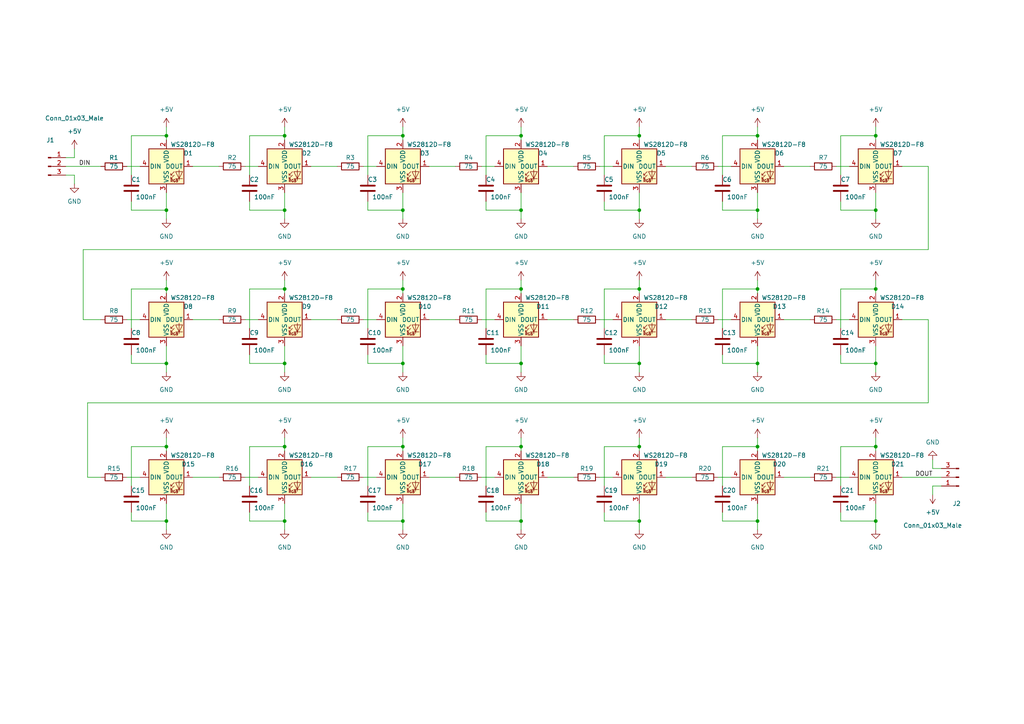
<source format=kicad_sch>
(kicad_sch (version 20211123) (generator eeschema)
  (paper "A4")
  (lib_symbols
    (symbol "Connector:Conn_01x03_Male" (pin_names (offset 1.016) hide)
      (property "Reference" "J" (at 0 5.08 0))
      (property "Value" "Conn_01x03_Male" (at 0 -5.08 0))
      (symbol "Conn_01x03_Male_1_1"
        (polyline (pts (xy 1.27 -2.54) (xy 0.8636 -2.54)) (stroke (width 0.1524)))
        (polyline (pts (xy 1.27 0) (xy 0.8636 0)) (stroke (width 0.1524)))
        (polyline (pts (xy 1.27 2.54) (xy 0.8636 2.54)) (stroke (width 0.1524)))
        (rectangle (start 0.8636 -2.413) (end 0 -2.667) (stroke (width 0.1524)) (fill (type outline)))
        (rectangle (start 0.8636 0.127) (end 0 -0.127) (stroke (width 0.1524)) (fill (type outline)))
        (rectangle (start 0.8636 2.667) (end 0 2.413) (stroke (width 0.1524)) (fill (type outline)))
        (pin passive line (at 5.08 2.54 180) (length 3.81) (name "Pin_1") (number "1"))
        (pin passive line (at 5.08 0 180) (length 3.81) (name "Pin_2") (number "2"))
        (pin passive line (at 5.08 -2.54 180) (length 3.81) (name "Pin_3") (number "3"))
      )
    )
    (symbol "Device:C" (pin_numbers hide) (pin_names (offset 0.254))
      (property "Reference" "C" (at 0.635 2.54 0))
      (property "Value" "C" (at 0.635 -2.54 0))
      (symbol "C_0_1"
        (polyline (pts (xy -2.032 -0.762) (xy 2.032 -0.762)) (stroke (width 0.508)))
        (polyline (pts (xy -2.032 0.762) (xy 2.032 0.762)) (stroke (width 0.508)))
      )
      (symbol "C_1_1"
        (pin passive line (at 0 3.81 270) (length 2.794) (name "~") (number "1"))
        (pin passive line (at 0 -3.81 90) (length 2.794) (name "~") (number "2"))
      )
    )
    (symbol "Device:R" (pin_numbers hide) (pin_names (offset 0))
      (property "Reference" "R" (at 2.032 0 90))
      (property "Value" "R" (at 0 0 90))
      (symbol "R_0_1"
        (rectangle (start -1.016 -2.54) (end 1.016 2.54) (stroke (width 0.254)))
      )
      (symbol "R_1_1"
        (pin passive line (at 0 3.81 270) (length 1.27) (name "~") (number "1"))
        (pin passive line (at 0 -3.81 90) (length 1.27) (name "~") (number "2"))
      )
    )
    (symbol "LED_ball_symbols:WS2812D-F8" (pin_names (offset 0.254))
      (property "Reference" "D" (at 5.08 5.715 0))
      (property "Value" "WS2812D-F8" (at 1.27 -5.715 0))
      (symbol "WS2812D-F8_0_0"
        (text "RGB" (at 2.286 -4.191 0) (effects (font (size 0.762 0.762))))
      )
      (symbol "WS2812D-F8_0_1"
        (polyline (pts (xy 1.27 -3.556) (xy 1.778 -3.556)))
        (polyline (pts (xy 1.27 -2.54) (xy 1.778 -2.54)))
        (polyline (pts (xy 4.699 -3.556) (xy 2.667 -3.556)))
        (polyline (pts (xy 2.286 -2.54) (xy 1.27 -3.556) (xy 1.27 -3.048)))
        (polyline (pts (xy 2.286 -1.524) (xy 1.27 -2.54) (xy 1.27 -2.032)))
        (polyline (pts (xy 3.683 -1.016) (xy 3.683 -3.556) (xy 3.683 -4.064)))
        (polyline (pts (xy 4.699 -1.524) (xy 2.667 -1.524) (xy 3.683 -3.556) (xy 4.699 -1.524)))
        (rectangle (start 5.08 5.08) (end -5.08 -5.08) (stroke (width 0.254)) (fill (type background)))
      )
      (symbol "WS2812D-F8_1_1"
        (pin output line (at 7.62 0 180) (length 2.54) (name "DOUT") (number "1"))
        (pin power_in line (at 0 7.62 270) (length 2.54) (name "VDD") (number "2"))
        (pin power_in line (at 0 -7.62 90) (length 2.54) (name "VSS") (number "3"))
        (pin input line (at -7.62 0 0) (length 2.54) (name "DIN") (number "4"))
      )
    )
    (symbol "power:+5V" (power) (pin_names (offset 0))
      (property "Value" "+5V" (at 0 3.556 0))
      (symbol "+5V_0_1"
        (polyline (pts (xy -0.762 1.27) (xy 0 2.54)))
        (polyline (pts (xy 0 0) (xy 0 2.54)))
        (polyline (pts (xy 0 2.54) (xy 0.762 1.27)))
      )
      (symbol "+5V_1_1"
        (pin power_in line (at 0 0 90) (length 0) hide (name "+5V") (number "1"))
      )
    )
    (symbol "power:GND" (power) (pin_names (offset 0))
      (property "Value" "GND" (at 0 -3.81 0))
      (symbol "GND_0_1"
        (polyline (pts (xy 0 0) (xy 0 -1.27) (xy 1.27 -1.27) (xy 0 -2.54) (xy -1.27 -1.27) (xy 0 -1.27)))
      )
      (symbol "GND_1_1"
        (pin power_in line (at 0 0 270) (length 0) hide (name "GND") (number "1"))
      )
    )
  )
  (junction (at 254 151.13))
  (junction (at 82.55 60.96))
  (junction (at 82.55 39.37))
  (junction (at 82.55 129.54))
  (junction (at 116.84 151.13))
  (junction (at 116.84 83.82))
  (junction (at 219.71 39.37))
  (junction (at 151.13 129.54))
  (junction (at 254 83.82))
  (junction (at 151.13 105.41))
  (junction (at 185.42 105.41))
  (junction (at 185.42 151.13))
  (junction (at 254 105.41))
  (junction (at 151.13 60.96))
  (junction (at 48.26 151.13))
  (junction (at 48.26 60.96))
  (junction (at 185.42 60.96))
  (junction (at 151.13 39.37))
  (junction (at 48.26 129.54))
  (junction (at 48.26 83.82))
  (junction (at 254 129.54))
  (junction (at 219.71 83.82))
  (junction (at 219.71 60.96))
  (junction (at 116.84 60.96))
  (junction (at 116.84 105.41))
  (junction (at 219.71 129.54))
  (junction (at 219.71 105.41))
  (junction (at 82.55 151.13))
  (junction (at 48.26 105.41))
  (junction (at 48.26 39.37))
  (junction (at 254 39.37))
  (junction (at 151.13 151.13))
  (junction (at 151.13 83.82))
  (junction (at 219.71 151.13))
  (junction (at 254 60.96))
  (junction (at 82.55 83.82))
  (junction (at 185.42 83.82))
  (junction (at 116.84 129.54))
  (junction (at 82.55 105.41))
  (junction (at 185.42 129.54))
  (junction (at 116.84 39.37))
  (junction (at 185.42 39.37))
  (wire (pts (xy 38.1 50.8) (xy 38.1 39.37)))
  (wire (pts (xy 82.55 129.54) (xy 82.55 130.81)))
  (wire (pts (xy 209.55 50.8) (xy 209.55 39.37)))
  (wire (pts (xy 116.84 83.82) (xy 116.84 85.09)))
  (wire (pts (xy 254 151.13) (xy 254 153.67)))
  (wire (pts (xy 151.13 55.88) (xy 151.13 60.96)))
  (wire (pts (xy 219.71 100.33) (xy 219.71 105.41)))
  (wire (pts (xy 48.26 83.82) (xy 48.26 85.09)))
  (wire (pts (xy 254 60.96) (xy 254 63.5)))
  (wire (pts (xy 140.97 102.87) (xy 140.97 105.41)))
  (wire (pts (xy 261.62 92.71) (xy 269.24 92.71)))
  (wire (pts (xy 48.26 39.37) (xy 48.26 40.64)))
  (wire (pts (xy 185.42 55.88) (xy 185.42 60.96)))
  (wire (pts (xy 193.04 138.43) (xy 200.66 138.43)))
  (wire (pts (xy 269.24 72.39) (xy 24.13 72.39)))
  (wire (pts (xy 173.99 92.71) (xy 177.8 92.71)))
  (wire (pts (xy 151.13 36.83) (xy 151.13 39.37)))
  (wire (pts (xy 209.55 58.42) (xy 209.55 60.96)))
  (wire (pts (xy 72.39 58.42) (xy 72.39 60.96)))
  (wire (pts (xy 25.4 138.43) (xy 29.21 138.43)))
  (wire (pts (xy 55.88 48.26) (xy 63.5 48.26)))
  (wire (pts (xy 55.88 138.43) (xy 63.5 138.43)))
  (wire (pts (xy 82.55 127) (xy 82.55 129.54)))
  (wire (pts (xy 82.55 151.13) (xy 82.55 153.67)))
  (wire (pts (xy 139.7 138.43) (xy 143.51 138.43)))
  (wire (pts (xy 243.84 58.42) (xy 243.84 60.96)))
  (wire (pts (xy 208.28 138.43) (xy 212.09 138.43)))
  (wire (pts (xy 243.84 60.96) (xy 254 60.96)))
  (wire (pts (xy 151.13 151.13) (xy 151.13 153.67)))
  (wire (pts (xy 193.04 48.26) (xy 200.66 48.26)))
  (wire (pts (xy 208.28 92.71) (xy 212.09 92.71)))
  (wire (pts (xy 151.13 127) (xy 151.13 129.54)))
  (wire (pts (xy 71.12 138.43) (xy 74.93 138.43)))
  (wire (pts (xy 38.1 105.41) (xy 48.26 105.41)))
  (wire (pts (xy 116.84 146.05) (xy 116.84 151.13)))
  (wire (pts (xy 72.39 151.13) (xy 82.55 151.13)))
  (wire (pts (xy 72.39 140.97) (xy 72.39 129.54)))
  (wire (pts (xy 140.97 95.25) (xy 140.97 83.82)))
  (wire (pts (xy 243.84 95.25) (xy 243.84 83.82)))
  (wire (pts (xy 124.46 138.43) (xy 132.08 138.43)))
  (wire (pts (xy 242.57 48.26) (xy 246.38 48.26)))
  (wire (pts (xy 209.55 151.13) (xy 219.71 151.13)))
  (wire (pts (xy 219.71 60.96) (xy 219.71 63.5)))
  (wire (pts (xy 72.39 39.37) (xy 82.55 39.37)))
  (wire (pts (xy 90.17 138.43) (xy 97.79 138.43)))
  (wire (pts (xy 261.62 138.43) (xy 273.05 138.43)))
  (wire (pts (xy 254 127) (xy 254 129.54)))
  (wire (pts (xy 175.26 151.13) (xy 185.42 151.13)))
  (wire (pts (xy 36.83 48.26) (xy 40.64 48.26)))
  (wire (pts (xy 116.84 39.37) (xy 116.84 40.64)))
  (wire (pts (xy 48.26 36.83) (xy 48.26 39.37)))
  (wire (pts (xy 254 100.33) (xy 254 105.41)))
  (wire (pts (xy 36.83 92.71) (xy 40.64 92.71)))
  (wire (pts (xy 219.71 151.13) (xy 219.71 153.67)))
  (wire (pts (xy 243.84 148.59) (xy 243.84 151.13)))
  (wire (pts (xy 270.51 135.89) (xy 270.51 133.35)))
  (wire (pts (xy 175.26 148.59) (xy 175.26 151.13)))
  (wire (pts (xy 106.68 83.82) (xy 116.84 83.82)))
  (wire (pts (xy 116.84 151.13) (xy 116.84 153.67)))
  (wire (pts (xy 175.26 129.54) (xy 185.42 129.54)))
  (wire (pts (xy 106.68 129.54) (xy 116.84 129.54)))
  (wire (pts (xy 151.13 81.28) (xy 151.13 83.82)))
  (wire (pts (xy 82.55 55.88) (xy 82.55 60.96)))
  (wire (pts (xy 209.55 102.87) (xy 209.55 105.41)))
  (wire (pts (xy 105.41 138.43) (xy 109.22 138.43)))
  (wire (pts (xy 243.84 83.82) (xy 254 83.82)))
  (wire (pts (xy 219.71 127) (xy 219.71 129.54)))
  (wire (pts (xy 106.68 140.97) (xy 106.68 129.54)))
  (wire (pts (xy 185.42 129.54) (xy 185.42 130.81)))
  (wire (pts (xy 254 81.28) (xy 254 83.82)))
  (wire (pts (xy 116.84 81.28) (xy 116.84 83.82)))
  (wire (pts (xy 227.33 92.71) (xy 234.95 92.71)))
  (wire (pts (xy 140.97 140.97) (xy 140.97 129.54)))
  (wire (pts (xy 38.1 58.42) (xy 38.1 60.96)))
  (wire (pts (xy 106.68 148.59) (xy 106.68 151.13)))
  (wire (pts (xy 116.84 129.54) (xy 116.84 130.81)))
  (wire (pts (xy 185.42 60.96) (xy 185.42 63.5)))
  (wire (pts (xy 124.46 92.71) (xy 132.08 92.71)))
  (wire (pts (xy 243.84 140.97) (xy 243.84 129.54)))
  (wire (pts (xy 175.26 39.37) (xy 185.42 39.37)))
  (wire (pts (xy 151.13 39.37) (xy 151.13 40.64)))
  (wire (pts (xy 193.04 92.71) (xy 200.66 92.71)))
  (wire (pts (xy 269.24 92.71) (xy 269.24 116.84)))
  (wire (pts (xy 185.42 83.82) (xy 185.42 85.09)))
  (wire (pts (xy 116.84 127) (xy 116.84 129.54)))
  (wire (pts (xy 219.71 55.88) (xy 219.71 60.96)))
  (wire (pts (xy 82.55 81.28) (xy 82.55 83.82)))
  (wire (pts (xy 72.39 83.82) (xy 82.55 83.82)))
  (wire (pts (xy 105.41 92.71) (xy 109.22 92.71)))
  (wire (pts (xy 243.84 50.8) (xy 243.84 39.37)))
  (wire (pts (xy 19.05 45.72) (xy 21.59 45.72)))
  (wire (pts (xy 48.26 100.33) (xy 48.26 105.41)))
  (wire (pts (xy 158.75 138.43) (xy 166.37 138.43)))
  (wire (pts (xy 185.42 39.37) (xy 185.42 40.64)))
  (wire (pts (xy 158.75 92.71) (xy 166.37 92.71)))
  (wire (pts (xy 38.1 140.97) (xy 38.1 129.54)))
  (wire (pts (xy 140.97 105.41) (xy 151.13 105.41)))
  (wire (pts (xy 48.26 127) (xy 48.26 129.54)))
  (wire (pts (xy 254 129.54) (xy 254 130.81)))
  (wire (pts (xy 72.39 148.59) (xy 72.39 151.13)))
  (wire (pts (xy 38.1 151.13) (xy 48.26 151.13)))
  (wire (pts (xy 106.68 95.25) (xy 106.68 83.82)))
  (wire (pts (xy 140.97 148.59) (xy 140.97 151.13)))
  (wire (pts (xy 269.24 116.84) (xy 25.4 116.84)))
  (wire (pts (xy 140.97 50.8) (xy 140.97 39.37)))
  (wire (pts (xy 227.33 138.43) (xy 234.95 138.43)))
  (wire (pts (xy 82.55 105.41) (xy 82.55 107.95)))
  (wire (pts (xy 90.17 92.71) (xy 97.79 92.71)))
  (wire (pts (xy 48.26 55.88) (xy 48.26 60.96)))
  (wire (pts (xy 219.71 39.37) (xy 219.71 40.64)))
  (wire (pts (xy 140.97 39.37) (xy 151.13 39.37)))
  (wire (pts (xy 254 146.05) (xy 254 151.13)))
  (wire (pts (xy 106.68 102.87) (xy 106.68 105.41)))
  (wire (pts (xy 82.55 39.37) (xy 82.55 40.64)))
  (wire (pts (xy 209.55 148.59) (xy 209.55 151.13)))
  (wire (pts (xy 185.42 100.33) (xy 185.42 105.41)))
  (wire (pts (xy 116.84 60.96) (xy 116.84 63.5)))
  (wire (pts (xy 219.71 146.05) (xy 219.71 151.13)))
  (wire (pts (xy 38.1 95.25) (xy 38.1 83.82)))
  (wire (pts (xy 209.55 129.54) (xy 219.71 129.54)))
  (wire (pts (xy 261.62 48.26) (xy 269.24 48.26)))
  (wire (pts (xy 106.68 50.8) (xy 106.68 39.37)))
  (wire (pts (xy 219.71 129.54) (xy 219.71 130.81)))
  (wire (pts (xy 209.55 105.41) (xy 219.71 105.41)))
  (wire (pts (xy 209.55 39.37) (xy 219.71 39.37)))
  (wire (pts (xy 151.13 60.96) (xy 151.13 63.5)))
  (wire (pts (xy 106.68 151.13) (xy 116.84 151.13)))
  (wire (pts (xy 38.1 148.59) (xy 38.1 151.13)))
  (wire (pts (xy 151.13 146.05) (xy 151.13 151.13)))
  (wire (pts (xy 106.68 58.42) (xy 106.68 60.96)))
  (wire (pts (xy 139.7 48.26) (xy 143.51 48.26)))
  (wire (pts (xy 254 55.88) (xy 254 60.96)))
  (wire (pts (xy 90.17 48.26) (xy 97.79 48.26)))
  (wire (pts (xy 21.59 43.18) (xy 21.59 45.72)))
  (wire (pts (xy 140.97 129.54) (xy 151.13 129.54)))
  (wire (pts (xy 151.13 105.41) (xy 151.13 107.95)))
  (wire (pts (xy 140.97 58.42) (xy 140.97 60.96)))
  (wire (pts (xy 208.28 48.26) (xy 212.09 48.26)))
  (wire (pts (xy 140.97 151.13) (xy 151.13 151.13)))
  (wire (pts (xy 116.84 105.41) (xy 116.84 107.95)))
  (wire (pts (xy 71.12 92.71) (xy 74.93 92.71)))
  (wire (pts (xy 269.24 48.26) (xy 269.24 72.39)))
  (wire (pts (xy 243.84 105.41) (xy 254 105.41)))
  (wire (pts (xy 242.57 92.71) (xy 246.38 92.71)))
  (wire (pts (xy 254 105.41) (xy 254 107.95)))
  (wire (pts (xy 254 83.82) (xy 254 85.09)))
  (wire (pts (xy 151.13 100.33) (xy 151.13 105.41)))
  (wire (pts (xy 19.05 50.8) (xy 21.59 50.8)))
  (wire (pts (xy 151.13 83.82) (xy 151.13 85.09)))
  (wire (pts (xy 36.83 138.43) (xy 40.64 138.43)))
  (wire (pts (xy 106.68 105.41) (xy 116.84 105.41)))
  (wire (pts (xy 38.1 102.87) (xy 38.1 105.41)))
  (wire (pts (xy 227.33 48.26) (xy 234.95 48.26)))
  (wire (pts (xy 185.42 151.13) (xy 185.42 153.67)))
  (wire (pts (xy 105.41 48.26) (xy 109.22 48.26)))
  (wire (pts (xy 209.55 95.25) (xy 209.55 83.82)))
  (wire (pts (xy 25.4 116.84) (xy 25.4 138.43)))
  (wire (pts (xy 173.99 138.43) (xy 177.8 138.43)))
  (wire (pts (xy 124.46 48.26) (xy 132.08 48.26)))
  (wire (pts (xy 185.42 127) (xy 185.42 129.54)))
  (wire (pts (xy 48.26 60.96) (xy 48.26 63.5)))
  (wire (pts (xy 185.42 146.05) (xy 185.42 151.13)))
  (wire (pts (xy 209.55 60.96) (xy 219.71 60.96)))
  (wire (pts (xy 151.13 129.54) (xy 151.13 130.81)))
  (wire (pts (xy 175.26 95.25) (xy 175.26 83.82)))
  (wire (pts (xy 175.26 60.96) (xy 185.42 60.96)))
  (wire (pts (xy 175.26 102.87) (xy 175.26 105.41)))
  (wire (pts (xy 175.26 83.82) (xy 185.42 83.82)))
  (wire (pts (xy 82.55 83.82) (xy 82.55 85.09)))
  (wire (pts (xy 82.55 36.83) (xy 82.55 39.37)))
  (wire (pts (xy 24.13 92.71) (xy 29.21 92.71)))
  (wire (pts (xy 242.57 138.43) (xy 246.38 138.43)))
  (wire (pts (xy 273.05 135.89) (xy 270.51 135.89)))
  (wire (pts (xy 48.26 105.41) (xy 48.26 107.95)))
  (wire (pts (xy 243.84 39.37) (xy 254 39.37)))
  (wire (pts (xy 175.26 50.8) (xy 175.26 39.37)))
  (wire (pts (xy 72.39 102.87) (xy 72.39 105.41)))
  (wire (pts (xy 209.55 140.97) (xy 209.55 129.54)))
  (wire (pts (xy 254 39.37) (xy 254 40.64)))
  (wire (pts (xy 55.88 92.71) (xy 63.5 92.71)))
  (wire (pts (xy 82.55 60.96) (xy 82.55 63.5)))
  (wire (pts (xy 116.84 100.33) (xy 116.84 105.41)))
  (wire (pts (xy 38.1 129.54) (xy 48.26 129.54)))
  (wire (pts (xy 72.39 105.41) (xy 82.55 105.41)))
  (wire (pts (xy 219.71 105.41) (xy 219.71 107.95)))
  (wire (pts (xy 173.99 48.26) (xy 177.8 48.26)))
  (wire (pts (xy 140.97 60.96) (xy 151.13 60.96)))
  (wire (pts (xy 140.97 83.82) (xy 151.13 83.82)))
  (wire (pts (xy 106.68 60.96) (xy 116.84 60.96)))
  (wire (pts (xy 209.55 83.82) (xy 219.71 83.82)))
  (wire (pts (xy 71.12 48.26) (xy 74.93 48.26)))
  (wire (pts (xy 175.26 105.41) (xy 185.42 105.41)))
  (wire (pts (xy 158.75 48.26) (xy 166.37 48.26)))
  (wire (pts (xy 48.26 81.28) (xy 48.26 83.82)))
  (wire (pts (xy 243.84 129.54) (xy 254 129.54)))
  (wire (pts (xy 185.42 81.28) (xy 185.42 83.82)))
  (wire (pts (xy 38.1 83.82) (xy 48.26 83.82)))
  (wire (pts (xy 38.1 60.96) (xy 48.26 60.96)))
  (wire (pts (xy 72.39 50.8) (xy 72.39 39.37)))
  (wire (pts (xy 19.05 48.26) (xy 29.21 48.26)))
  (wire (pts (xy 82.55 100.33) (xy 82.55 105.41)))
  (wire (pts (xy 243.84 102.87) (xy 243.84 105.41)))
  (wire (pts (xy 72.39 95.25) (xy 72.39 83.82)))
  (wire (pts (xy 175.26 140.97) (xy 175.26 129.54)))
  (wire (pts (xy 175.26 58.42) (xy 175.26 60.96)))
  (wire (pts (xy 38.1 39.37) (xy 48.26 39.37)))
  (wire (pts (xy 116.84 36.83) (xy 116.84 39.37)))
  (wire (pts (xy 116.84 55.88) (xy 116.84 60.96)))
  (wire (pts (xy 219.71 36.83) (xy 219.71 39.37)))
  (wire (pts (xy 185.42 36.83) (xy 185.42 39.37)))
  (wire (pts (xy 185.42 105.41) (xy 185.42 107.95)))
  (wire (pts (xy 270.51 143.51) (xy 270.51 140.97)))
  (wire (pts (xy 243.84 151.13) (xy 254 151.13)))
  (wire (pts (xy 139.7 92.71) (xy 143.51 92.71)))
  (wire (pts (xy 106.68 39.37) (xy 116.84 39.37)))
  (wire (pts (xy 48.26 129.54) (xy 48.26 130.81)))
  (wire (pts (xy 219.71 83.82) (xy 219.71 85.09)))
  (wire (pts (xy 48.26 151.13) (xy 48.26 153.67)))
  (wire (pts (xy 24.13 72.39) (xy 24.13 92.71)))
  (wire (pts (xy 21.59 50.8) (xy 21.59 53.34)))
  (wire (pts (xy 72.39 60.96) (xy 82.55 60.96)))
  (wire (pts (xy 48.26 146.05) (xy 48.26 151.13)))
  (wire (pts (xy 82.55 146.05) (xy 82.55 151.13)))
  (wire (pts (xy 72.39 129.54) (xy 82.55 129.54)))
  (wire (pts (xy 219.71 81.28) (xy 219.71 83.82)))
  (wire (pts (xy 273.05 140.97) (xy 270.51 140.97)))
  (wire (pts (xy 254 36.83) (xy 254 39.37)))
  (label "DOUT" (at 265.43 138.43 0))
  (label "DIN" (at 22.86 48.26 0))
  (symbol (lib_id "Device:C") (at 106.68 54.61 0) (unit 1)
    (property "Reference" "C3" (at 106.68 52.07 0) (effects (justify left)))
    (property "Value" "100nF" (at 107.95 57.15 0) (effects (justify left)))
    (property "Footprint" "Capacitor_SMD:C_0603_1608Metric" (effects hide))
  )
  (symbol (lib_id "power:GND") (at 185.42 63.5 0) (unit 1)
    (property "Reference" "#PWR014" (effects hide))
    (property "Value" "GND" (at 185.42 68.58 0))
  )
  (symbol (lib_id "power:+5V") (at 254 36.83 0) (unit 1)
    (property "Reference" "#PWR07" (effects hide))
    (property "Value" "+5V" (at 254 31.75 0))
  )
  (symbol (lib_id "Device:R") (at 33.02 48.26 270) (unit 1)
    (property "Reference" "R1" (at 33.02 45.72 90))
    (property "Value" "75" (at 33.02 48.26 90))
    (property "Footprint" "Resistor_SMD:R_0603_1608Metric" (effects hide))
  )
  (symbol (lib_id "LED_ball_symbols:WS2812D-F8") (at 116.84 138.43 0) (unit 1)
    (property "Reference" "D17" (at 123.19 134.62 0))
    (property "Value" "WS2812D-F8" (at 124.46 132.08 0))
    (property "Footprint" "LED_ball_footprints:LED_D8.0mm-4" (effects hide))
    (property "Datasheet" "https://datasheet.lcsc.com/lcsc/1811021523_Worldsemi-WS2812D-F8_C139126.pdf" (effects hide))
  )
  (symbol (lib_id "Device:C") (at 175.26 54.61 0) (unit 1)
    (property "Reference" "C5" (at 175.26 52.07 0) (effects (justify left)))
    (property "Value" "100nF" (at 176.53 57.15 0) (effects (justify left)))
    (property "Footprint" "Capacitor_SMD:C_0603_1608Metric" (effects hide))
  )
  (symbol (lib_id "power:GND") (at 48.26 63.5 0) (unit 1)
    (property "Reference" "#PWR010" (effects hide))
    (property "Value" "GND" (at 48.26 68.58 0))
  )
  (symbol (lib_id "power:+5V") (at 254 81.28 0) (unit 1)
    (property "Reference" "#PWR023" (effects hide))
    (property "Value" "+5V" (at 254 76.2 0))
  )
  (symbol (lib_id "Device:R") (at 33.02 92.71 270) (unit 1)
    (property "Reference" "R8" (at 33.02 90.17 90))
    (property "Value" "75" (at 33.02 92.71 90))
    (property "Footprint" "Resistor_SMD:R_0603_1608Metric" (effects hide))
  )
  (symbol (lib_id "power:GND") (at 185.42 153.67 0) (unit 1)
    (property "Reference" "#PWR044" (effects hide))
    (property "Value" "GND" (at 185.42 158.75 0))
  )
  (symbol (lib_id "power:GND") (at 254 153.67 0) (unit 1)
    (property "Reference" "#PWR046" (effects hide))
    (property "Value" "GND" (at 254 158.75 0))
  )
  (symbol (lib_id "LED_ball_symbols:WS2812D-F8") (at 48.26 92.71 0) (unit 1)
    (property "Reference" "D8" (at 54.61 88.9 0))
    (property "Value" "WS2812D-F8" (at 55.88 86.36 0))
    (property "Footprint" "LED_ball_footprints:LED_D8.0mm-4" (effects hide))
    (property "Datasheet" "https://datasheet.lcsc.com/lcsc/1811021523_Worldsemi-WS2812D-F8_C139126.pdf" (effects hide))
  )
  (symbol (lib_id "LED_ball_symbols:WS2812D-F8") (at 82.55 92.71 0) (unit 1)
    (property "Reference" "D9" (at 88.9 88.9 0))
    (property "Value" "WS2812D-F8" (at 90.17 86.36 0))
    (property "Footprint" "LED_ball_footprints:LED_D8.0mm-4" (effects hide))
    (property "Datasheet" "https://datasheet.lcsc.com/lcsc/1811021523_Worldsemi-WS2812D-F8_C139126.pdf" (effects hide))
  )
  (symbol (lib_id "power:GND") (at 21.59 53.34 0) (unit 1)
    (property "Reference" "#PWR09" (effects hide))
    (property "Value" "GND" (at 21.59 58.42 0))
  )
  (symbol (lib_id "LED_ball_symbols:WS2812D-F8") (at 116.84 92.71 0) (unit 1)
    (property "Reference" "D10" (at 123.19 88.9 0))
    (property "Value" "WS2812D-F8" (at 124.46 86.36 0))
    (property "Footprint" "LED_ball_footprints:LED_D8.0mm-4" (effects hide))
    (property "Datasheet" "https://datasheet.lcsc.com/lcsc/1811021523_Worldsemi-WS2812D-F8_C139126.pdf" (effects hide))
  )
  (symbol (lib_id "power:+5V") (at 254 127 0) (unit 1)
    (property "Reference" "#PWR037" (effects hide))
    (property "Value" "+5V" (at 254 121.92 0))
  )
  (symbol (lib_id "power:+5V") (at 116.84 36.83 0) (unit 1)
    (property "Reference" "#PWR03" (effects hide))
    (property "Value" "+5V" (at 116.84 31.75 0))
  )
  (symbol (lib_id "power:+5V") (at 48.26 36.83 0) (unit 1)
    (property "Reference" "#PWR01" (effects hide))
    (property "Value" "+5V" (at 48.26 31.75 0))
  )
  (symbol (lib_id "LED_ball_symbols:WS2812D-F8") (at 151.13 138.43 0) (unit 1)
    (property "Reference" "D18" (at 157.48 134.62 0))
    (property "Value" "WS2812D-F8" (at 158.75 132.08 0))
    (property "Footprint" "LED_ball_footprints:LED_D8.0mm-4" (effects hide))
    (property "Datasheet" "https://datasheet.lcsc.com/lcsc/1811021523_Worldsemi-WS2812D-F8_C139126.pdf" (effects hide))
  )
  (symbol (lib_id "power:+5V") (at 185.42 81.28 0) (unit 1)
    (property "Reference" "#PWR021" (effects hide))
    (property "Value" "+5V" (at 185.42 76.2 0))
  )
  (symbol (lib_id "Device:C") (at 106.68 144.78 0) (unit 1)
    (property "Reference" "C17" (at 106.68 142.24 0) (effects (justify left)))
    (property "Value" "100nF" (at 107.95 147.32 0) (effects (justify left)))
    (property "Footprint" "Capacitor_SMD:C_0603_1608Metric" (effects hide))
  )
  (symbol (lib_id "Device:C") (at 243.84 144.78 0) (unit 1)
    (property "Reference" "C21" (at 243.84 142.24 0) (effects (justify left)))
    (property "Value" "100nF" (at 245.11 147.32 0) (effects (justify left)))
    (property "Footprint" "Capacitor_SMD:C_0603_1608Metric" (effects hide))
  )
  (symbol (lib_id "Device:R") (at 101.6 92.71 270) (unit 1)
    (property "Reference" "R10" (at 101.6 90.17 90))
    (property "Value" "75" (at 101.6 92.71 90))
    (property "Footprint" "Resistor_SMD:R_0603_1608Metric" (effects hide))
  )
  (symbol (lib_id "power:+5V") (at 151.13 36.83 0) (unit 1)
    (property "Reference" "#PWR04" (effects hide))
    (property "Value" "+5V" (at 151.13 31.75 0))
  )
  (symbol (lib_id "Connector:Conn_01x03_Male") (at 13.97 48.26 0) (unit 1)
    (property "Reference" "J1" (at 14.605 40.64 0))
    (property "Value" "Conn_01x03_Male" (at 21.59 34.29 0))
    (property "Footprint" "Connector_PinHeader_2.54mm:PinHeader_1x03_P2.54mm_Vertical" (effects hide))
  )
  (symbol (lib_id "power:+5V") (at 48.26 81.28 0) (unit 1)
    (property "Reference" "#PWR017" (effects hide))
    (property "Value" "+5V" (at 48.26 76.2 0))
  )
  (symbol (lib_id "Device:C") (at 209.55 99.06 0) (unit 1)
    (property "Reference" "C13" (at 209.55 96.52 0) (effects (justify left)))
    (property "Value" "100nF" (at 210.82 101.6 0) (effects (justify left)))
    (property "Footprint" "Capacitor_SMD:C_0603_1608Metric" (effects hide))
  )
  (symbol (lib_id "power:GND") (at 270.51 133.35 180) (unit 1)
    (property "Reference" "#PWR038" (effects hide))
    (property "Value" "GND" (at 270.51 128.27 0))
  )
  (symbol (lib_id "Device:R") (at 67.31 48.26 270) (unit 1)
    (property "Reference" "R2" (at 67.31 45.72 90))
    (property "Value" "75" (at 67.31 48.26 90))
    (property "Footprint" "Resistor_SMD:R_0603_1608Metric" (effects hide))
  )
  (symbol (lib_id "Device:C") (at 140.97 54.61 0) (unit 1)
    (property "Reference" "C4" (at 140.97 52.07 0) (effects (justify left)))
    (property "Value" "100nF" (at 142.24 57.15 0) (effects (justify left)))
    (property "Footprint" "Capacitor_SMD:C_0603_1608Metric" (effects hide))
  )
  (symbol (lib_id "LED_ball_symbols:WS2812D-F8") (at 254 48.26 0) (unit 1)
    (property "Reference" "D7" (at 260.35 44.45 0))
    (property "Value" "WS2812D-F8" (at 261.62 41.91 0))
    (property "Footprint" "LED_ball_footprints:LED_D8.0mm-4" (effects hide))
    (property "Datasheet" "https://datasheet.lcsc.com/lcsc/1811021523_Worldsemi-WS2812D-F8_C139126.pdf" (effects hide))
  )
  (symbol (lib_id "power:GND") (at 82.55 153.67 0) (unit 1)
    (property "Reference" "#PWR041" (effects hide))
    (property "Value" "GND" (at 82.55 158.75 0))
  )
  (symbol (lib_id "Device:C") (at 38.1 99.06 0) (unit 1)
    (property "Reference" "C8" (at 38.1 96.52 0) (effects (justify left)))
    (property "Value" "100nF" (at 39.37 101.6 0) (effects (justify left)))
    (property "Footprint" "Capacitor_SMD:C_0603_1608Metric" (effects hide))
  )
  (symbol (lib_id "power:+5V") (at 82.55 127 0) (unit 1)
    (property "Reference" "#PWR032" (effects hide))
    (property "Value" "+5V" (at 82.55 121.92 0))
  )
  (symbol (lib_id "power:GND") (at 151.13 153.67 0) (unit 1)
    (property "Reference" "#PWR043" (effects hide))
    (property "Value" "GND" (at 151.13 158.75 0))
  )
  (symbol (lib_id "Device:R") (at 67.31 138.43 270) (unit 1)
    (property "Reference" "R16" (at 67.31 135.89 90))
    (property "Value" "75" (at 67.31 138.43 90))
    (property "Footprint" "Resistor_SMD:R_0603_1608Metric" (effects hide))
  )
  (symbol (lib_id "power:GND") (at 151.13 63.5 0) (unit 1)
    (property "Reference" "#PWR013" (effects hide))
    (property "Value" "GND" (at 151.13 68.58 0))
  )
  (symbol (lib_id "Device:R") (at 67.31 92.71 270) (unit 1)
    (property "Reference" "R9" (at 67.31 90.17 90))
    (property "Value" "75" (at 67.31 92.71 90))
    (property "Footprint" "Resistor_SMD:R_0603_1608Metric" (effects hide))
  )
  (symbol (lib_id "Device:C") (at 72.39 99.06 0) (unit 1)
    (property "Reference" "C9" (at 72.39 96.52 0) (effects (justify left)))
    (property "Value" "100nF" (at 73.66 101.6 0) (effects (justify left)))
    (property "Footprint" "Capacitor_SMD:C_0603_1608Metric" (effects hide))
  )
  (symbol (lib_id "Device:R") (at 204.47 92.71 270) (unit 1)
    (property "Reference" "R13" (at 204.47 90.17 90))
    (property "Value" "75" (at 204.47 92.71 90))
    (property "Footprint" "Resistor_SMD:R_0603_1608Metric" (effects hide))
  )
  (symbol (lib_id "Device:R") (at 33.02 138.43 270) (unit 1)
    (property "Reference" "R15" (at 33.02 135.89 90))
    (property "Value" "75" (at 33.02 138.43 90))
    (property "Footprint" "Resistor_SMD:R_0603_1608Metric" (effects hide))
  )
  (symbol (lib_id "LED_ball_symbols:WS2812D-F8") (at 48.26 138.43 0) (unit 1)
    (property "Reference" "D15" (at 54.61 134.62 0))
    (property "Value" "WS2812D-F8" (at 55.88 132.08 0))
    (property "Footprint" "LED_ball_footprints:LED_D8.0mm-4" (effects hide))
    (property "Datasheet" "https://datasheet.lcsc.com/lcsc/1811021523_Worldsemi-WS2812D-F8_C139126.pdf" (effects hide))
  )
  (symbol (lib_id "LED_ball_symbols:WS2812D-F8") (at 151.13 48.26 0) (unit 1)
    (property "Reference" "D4" (at 157.48 44.45 0))
    (property "Value" "WS2812D-F8" (at 158.75 41.91 0))
    (property "Footprint" "LED_ball_footprints:LED_D8.0mm-4" (effects hide))
    (property "Datasheet" "https://datasheet.lcsc.com/lcsc/1811021523_Worldsemi-WS2812D-F8_C139126.pdf" (effects hide))
  )
  (symbol (lib_id "power:GND") (at 151.13 107.95 0) (unit 1)
    (property "Reference" "#PWR027" (effects hide))
    (property "Value" "GND" (at 151.13 113.03 0))
  )
  (symbol (lib_id "Device:R") (at 170.18 138.43 270) (unit 1)
    (property "Reference" "R19" (at 170.18 135.89 90))
    (property "Value" "75" (at 170.18 138.43 90))
    (property "Footprint" "Resistor_SMD:R_0603_1608Metric" (effects hide))
  )
  (symbol (lib_id "Device:R") (at 204.47 138.43 270) (unit 1)
    (property "Reference" "R20" (at 204.47 135.89 90))
    (property "Value" "75" (at 204.47 138.43 90))
    (property "Footprint" "Resistor_SMD:R_0603_1608Metric" (effects hide))
  )
  (symbol (lib_id "power:+5V") (at 116.84 127 0) (unit 1)
    (property "Reference" "#PWR033" (effects hide))
    (property "Value" "+5V" (at 116.84 121.92 0))
  )
  (symbol (lib_id "power:GND") (at 219.71 107.95 0) (unit 1)
    (property "Reference" "#PWR029" (effects hide))
    (property "Value" "GND" (at 219.71 113.03 0))
  )
  (symbol (lib_id "power:GND") (at 116.84 153.67 0) (unit 1)
    (property "Reference" "#PWR042" (effects hide))
    (property "Value" "GND" (at 116.84 158.75 0))
  )
  (symbol (lib_id "power:+5V") (at 270.51 143.51 180) (unit 1)
    (property "Reference" "#PWR039" (effects hide))
    (property "Value" "+5V" (at 270.51 148.59 0))
  )
  (symbol (lib_id "power:+5V") (at 21.59 43.18 0) (unit 1)
    (property "Reference" "#PWR08" (effects hide))
    (property "Value" "+5V" (at 21.59 38.1 0))
  )
  (symbol (lib_id "power:GND") (at 48.26 153.67 0) (unit 1)
    (property "Reference" "#PWR040" (effects hide))
    (property "Value" "GND" (at 48.26 158.75 0))
  )
  (symbol (lib_id "power:+5V") (at 116.84 81.28 0) (unit 1)
    (property "Reference" "#PWR019" (effects hide))
    (property "Value" "+5V" (at 116.84 76.2 0))
  )
  (symbol (lib_id "Device:R") (at 238.76 48.26 270) (unit 1)
    (property "Reference" "R7" (at 238.76 45.72 90))
    (property "Value" "75" (at 238.76 48.26 90))
    (property "Footprint" "Resistor_SMD:R_0603_1608Metric" (effects hide))
  )
  (symbol (lib_id "LED_ball_symbols:WS2812D-F8") (at 82.55 48.26 0) (unit 1)
    (property "Reference" "D2" (at 88.9 44.45 0))
    (property "Value" "WS2812D-F8" (at 90.17 41.91 0))
    (property "Footprint" "LED_ball_footprints:LED_D8.0mm-4" (effects hide))
    (property "Datasheet" "https://datasheet.lcsc.com/lcsc/1811021523_Worldsemi-WS2812D-F8_C139126.pdf" (effects hide))
  )
  (symbol (lib_id "Device:C") (at 72.39 54.61 0) (unit 1)
    (property "Reference" "C2" (at 72.39 52.07 0) (effects (justify left)))
    (property "Value" "100nF" (at 73.66 57.15 0) (effects (justify left)))
    (property "Footprint" "Capacitor_SMD:C_0603_1608Metric" (effects hide))
  )
  (symbol (lib_id "LED_ball_symbols:WS2812D-F8") (at 48.26 48.26 0) (unit 1)
    (property "Reference" "D1" (at 54.61 44.45 0))
    (property "Value" "WS2812D-F8" (at 55.88 41.91 0))
    (property "Footprint" "LED_ball_footprints:LED_D8.0mm-4" (effects hide))
    (property "Datasheet" "https://datasheet.lcsc.com/lcsc/1811021523_Worldsemi-WS2812D-F8_C139126.pdf" (effects hide))
  )
  (symbol (lib_id "LED_ball_symbols:WS2812D-F8") (at 151.13 92.71 0) (unit 1)
    (property "Reference" "D11" (at 157.48 88.9 0))
    (property "Value" "WS2812D-F8" (at 158.75 86.36 0))
    (property "Footprint" "LED_ball_footprints:LED_D8.0mm-4" (effects hide))
    (property "Datasheet" "https://datasheet.lcsc.com/lcsc/1811021523_Worldsemi-WS2812D-F8_C139126.pdf" (effects hide))
  )
  (symbol (lib_id "Device:R") (at 238.76 138.43 270) (unit 1)
    (property "Reference" "R21" (at 238.76 135.89 90))
    (property "Value" "75" (at 238.76 138.43 90))
    (property "Footprint" "Resistor_SMD:R_0603_1608Metric" (effects hide))
  )
  (symbol (lib_id "Device:C") (at 175.26 99.06 0) (unit 1)
    (property "Reference" "C12" (at 175.26 96.52 0) (effects (justify left)))
    (property "Value" "100nF" (at 176.53 101.6 0) (effects (justify left)))
    (property "Footprint" "Capacitor_SMD:C_0603_1608Metric" (effects hide))
  )
  (symbol (lib_id "power:+5V") (at 219.71 81.28 0) (unit 1)
    (property "Reference" "#PWR022" (effects hide))
    (property "Value" "+5V" (at 219.71 76.2 0))
  )
  (symbol (lib_id "power:+5V") (at 48.26 127 0) (unit 1)
    (property "Reference" "#PWR031" (effects hide))
    (property "Value" "+5V" (at 48.26 121.92 0))
  )
  (symbol (lib_id "power:+5V") (at 219.71 127 0) (unit 1)
    (property "Reference" "#PWR036" (effects hide))
    (property "Value" "+5V" (at 219.71 121.92 0))
  )
  (symbol (lib_id "Device:R") (at 170.18 48.26 270) (unit 1)
    (property "Reference" "R5" (at 170.18 45.72 90))
    (property "Value" "75" (at 170.18 48.26 90))
    (property "Footprint" "Resistor_SMD:R_0603_1608Metric" (effects hide))
  )
  (symbol (lib_id "LED_ball_symbols:WS2812D-F8") (at 82.55 138.43 0) (unit 1)
    (property "Reference" "D16" (at 88.9 134.62 0))
    (property "Value" "WS2812D-F8" (at 90.17 132.08 0))
    (property "Footprint" "LED_ball_footprints:LED_D8.0mm-4" (effects hide))
    (property "Datasheet" "https://datasheet.lcsc.com/lcsc/1811021523_Worldsemi-WS2812D-F8_C139126.pdf" (effects hide))
  )
  (symbol (lib_id "power:+5V") (at 185.42 36.83 0) (unit 1)
    (property "Reference" "#PWR05" (effects hide))
    (property "Value" "+5V" (at 185.42 31.75 0))
  )
  (symbol (lib_id "Device:R") (at 101.6 138.43 270) (unit 1)
    (property "Reference" "R17" (at 101.6 135.89 90))
    (property "Value" "75" (at 101.6 138.43 90))
    (property "Footprint" "Resistor_SMD:R_0603_1608Metric" (effects hide))
  )
  (symbol (lib_id "Device:C") (at 209.55 54.61 0) (unit 1)
    (property "Reference" "C6" (at 209.55 52.07 0) (effects (justify left)))
    (property "Value" "100nF" (at 210.82 57.15 0) (effects (justify left)))
    (property "Footprint" "Capacitor_SMD:C_0603_1608Metric" (effects hide))
  )
  (symbol (lib_id "LED_ball_symbols:WS2812D-F8") (at 219.71 138.43 0) (unit 1)
    (property "Reference" "D20" (at 226.06 134.62 0))
    (property "Value" "WS2812D-F8" (at 227.33 132.08 0))
    (property "Footprint" "LED_ball_footprints:LED_D8.0mm-4" (effects hide))
    (property "Datasheet" "https://datasheet.lcsc.com/lcsc/1811021523_Worldsemi-WS2812D-F8_C139126.pdf" (effects hide))
  )
  (symbol (lib_id "LED_ball_symbols:WS2812D-F8") (at 254 92.71 0) (unit 1)
    (property "Reference" "D14" (at 260.35 88.9 0))
    (property "Value" "WS2812D-F8" (at 261.62 86.36 0))
    (property "Footprint" "LED_ball_footprints:LED_D8.0mm-4" (effects hide))
    (property "Datasheet" "https://datasheet.lcsc.com/lcsc/1811021523_Worldsemi-WS2812D-F8_C139126.pdf" (effects hide))
  )
  (symbol (lib_id "Connector:Conn_01x03_Male") (at 278.13 138.43 180) (unit 1)
    (property "Reference" "J2" (at 277.495 146.05 0))
    (property "Value" "Conn_01x03_Male" (at 270.51 152.4 0))
    (property "Footprint" "Connector_PinHeader_2.54mm:PinHeader_1x03_P2.54mm_Vertical" (effects hide))
  )
  (symbol (lib_id "Device:C") (at 175.26 144.78 0) (unit 1)
    (property "Reference" "C19" (at 175.26 142.24 0) (effects (justify left)))
    (property "Value" "100nF" (at 176.53 147.32 0) (effects (justify left)))
    (property "Footprint" "Capacitor_SMD:C_0603_1608Metric" (effects hide))
  )
  (symbol (lib_id "power:GND") (at 82.55 107.95 0) (unit 1)
    (property "Reference" "#PWR025" (effects hide))
    (property "Value" "GND" (at 82.55 113.03 0))
  )
  (symbol (lib_id "Device:C") (at 140.97 144.78 0) (unit 1)
    (property "Reference" "C18" (at 140.97 142.24 0) (effects (justify left)))
    (property "Value" "100nF" (at 142.24 147.32 0) (effects (justify left)))
    (property "Footprint" "Capacitor_SMD:C_0603_1608Metric" (effects hide))
  )
  (symbol (lib_id "LED_ball_symbols:WS2812D-F8") (at 116.84 48.26 0) (unit 1)
    (property "Reference" "D3" (at 123.19 44.45 0))
    (property "Value" "WS2812D-F8" (at 124.46 41.91 0))
    (property "Footprint" "LED_ball_footprints:LED_D8.0mm-4" (effects hide))
    (property "Datasheet" "https://datasheet.lcsc.com/lcsc/1811021523_Worldsemi-WS2812D-F8_C139126.pdf" (effects hide))
  )
  (symbol (lib_id "power:+5V") (at 151.13 127 0) (unit 1)
    (property "Reference" "#PWR034" (effects hide))
    (property "Value" "+5V" (at 151.13 121.92 0))
  )
  (symbol (lib_id "power:GND") (at 219.71 153.67 0) (unit 1)
    (property "Reference" "#PWR045" (effects hide))
    (property "Value" "GND" (at 219.71 158.75 0))
  )
  (symbol (lib_id "Device:C") (at 209.55 144.78 0) (unit 1)
    (property "Reference" "C20" (at 209.55 142.24 0) (effects (justify left)))
    (property "Value" "100nF" (at 210.82 147.32 0) (effects (justify left)))
    (property "Footprint" "Capacitor_SMD:C_0603_1608Metric" (effects hide))
  )
  (symbol (lib_id "power:GND") (at 116.84 63.5 0) (unit 1)
    (property "Reference" "#PWR012" (effects hide))
    (property "Value" "GND" (at 116.84 68.58 0))
  )
  (symbol (lib_id "power:GND") (at 185.42 107.95 0) (unit 1)
    (property "Reference" "#PWR028" (effects hide))
    (property "Value" "GND" (at 185.42 113.03 0))
  )
  (symbol (lib_id "LED_ball_symbols:WS2812D-F8") (at 254 138.43 0) (unit 1)
    (property "Reference" "D21" (at 260.35 134.62 0))
    (property "Value" "WS2812D-F8" (at 261.62 132.08 0))
    (property "Footprint" "LED_ball_footprints:LED_D8.0mm-4" (effects hide))
    (property "Datasheet" "https://datasheet.lcsc.com/lcsc/1811021523_Worldsemi-WS2812D-F8_C139126.pdf" (effects hide))
  )
  (symbol (lib_id "Device:R") (at 101.6 48.26 270) (unit 1)
    (property "Reference" "R3" (at 101.6 45.72 90))
    (property "Value" "75" (at 101.6 48.26 90))
    (property "Footprint" "Resistor_SMD:R_0603_1608Metric" (effects hide))
  )
  (symbol (lib_id "power:GND") (at 82.55 63.5 0) (unit 1)
    (property "Reference" "#PWR011" (effects hide))
    (property "Value" "GND" (at 82.55 68.58 0))
  )
  (symbol (lib_id "Device:C") (at 140.97 99.06 0) (unit 1)
    (property "Reference" "C11" (at 140.97 96.52 0) (effects (justify left)))
    (property "Value" "100nF" (at 142.24 101.6 0) (effects (justify left)))
    (property "Footprint" "Capacitor_SMD:C_0603_1608Metric" (effects hide))
  )
  (symbol (lib_id "Device:C") (at 243.84 99.06 0) (unit 1)
    (property "Reference" "C14" (at 243.84 96.52 0) (effects (justify left)))
    (property "Value" "100nF" (at 245.11 101.6 0) (effects (justify left)))
    (property "Footprint" "Capacitor_SMD:C_0603_1608Metric" (effects hide))
  )
  (symbol (lib_id "power:GND") (at 254 63.5 0) (unit 1)
    (property "Reference" "#PWR016" (effects hide))
    (property "Value" "GND" (at 254 68.58 0))
  )
  (symbol (lib_id "LED_ball_symbols:WS2812D-F8") (at 219.71 48.26 0) (unit 1)
    (property "Reference" "D6" (at 226.06 44.45 0))
    (property "Value" "WS2812D-F8" (at 227.33 41.91 0))
    (property "Footprint" "LED_ball_footprints:LED_D8.0mm-4" (effects hide))
    (property "Datasheet" "https://datasheet.lcsc.com/lcsc/1811021523_Worldsemi-WS2812D-F8_C139126.pdf" (effects hide))
  )
  (symbol (lib_id "LED_ball_symbols:WS2812D-F8") (at 185.42 92.71 0) (unit 1)
    (property "Reference" "D12" (at 191.77 88.9 0))
    (property "Value" "WS2812D-F8" (at 193.04 86.36 0))
    (property "Footprint" "LED_ball_footprints:LED_D8.0mm-4" (effects hide))
    (property "Datasheet" "https://datasheet.lcsc.com/lcsc/1811021523_Worldsemi-WS2812D-F8_C139126.pdf" (effects hide))
  )
  (symbol (lib_id "Device:C") (at 72.39 144.78 0) (unit 1)
    (property "Reference" "C16" (at 72.39 142.24 0) (effects (justify left)))
    (property "Value" "100nF" (at 73.66 147.32 0) (effects (justify left)))
    (property "Footprint" "Capacitor_SMD:C_0603_1608Metric" (effects hide))
  )
  (symbol (lib_id "power:GND") (at 254 107.95 0) (unit 1)
    (property "Reference" "#PWR030" (effects hide))
    (property "Value" "GND" (at 254 113.03 0))
  )
  (symbol (lib_id "Device:R") (at 238.76 92.71 270) (unit 1)
    (property "Reference" "R14" (at 238.76 90.17 90))
    (property "Value" "75" (at 238.76 92.71 90))
    (property "Footprint" "Resistor_SMD:R_0603_1608Metric" (effects hide))
  )
  (symbol (lib_id "Device:C") (at 38.1 54.61 0) (unit 1)
    (property "Reference" "C1" (at 38.1 52.07 0) (effects (justify left)))
    (property "Value" "100nF" (at 39.37 57.15 0) (effects (justify left)))
    (property "Footprint" "Capacitor_SMD:C_0603_1608Metric" (effects hide))
  )
  (symbol (lib_id "LED_ball_symbols:WS2812D-F8") (at 219.71 92.71 0) (unit 1)
    (property "Reference" "D13" (at 226.06 88.9 0))
    (property "Value" "WS2812D-F8" (at 227.33 86.36 0))
    (property "Footprint" "LED_ball_footprints:LED_D8.0mm-4" (effects hide))
    (property "Datasheet" "https://datasheet.lcsc.com/lcsc/1811021523_Worldsemi-WS2812D-F8_C139126.pdf" (effects hide))
  )
  (symbol (lib_id "LED_ball_symbols:WS2812D-F8") (at 185.42 138.43 0) (unit 1)
    (property "Reference" "D19" (at 191.77 134.62 0))
    (property "Value" "WS2812D-F8" (at 193.04 132.08 0))
    (property "Footprint" "LED_ball_footprints:LED_D8.0mm-4" (effects hide))
    (property "Datasheet" "https://datasheet.lcsc.com/lcsc/1811021523_Worldsemi-WS2812D-F8_C139126.pdf" (effects hide))
  )
  (symbol (lib_id "Device:R") (at 204.47 48.26 270) (unit 1)
    (property "Reference" "R6" (at 204.47 45.72 90))
    (property "Value" "75" (at 204.47 48.26 90))
    (property "Footprint" "Resistor_SMD:R_0603_1608Metric" (effects hide))
  )
  (symbol (lib_id "Device:R") (at 135.89 138.43 270) (unit 1)
    (property "Reference" "R18" (at 135.89 135.89 90))
    (property "Value" "75" (at 135.89 138.43 90))
    (property "Footprint" "Resistor_SMD:R_0603_1608Metric" (effects hide))
  )
  (symbol (lib_id "Device:R") (at 135.89 48.26 270) (unit 1)
    (property "Reference" "R4" (at 135.89 45.72 90))
    (property "Value" "75" (at 135.89 48.26 90))
    (property "Footprint" "Resistor_SMD:R_0603_1608Metric" (effects hide))
  )
  (symbol (lib_id "power:GND") (at 219.71 63.5 0) (unit 1)
    (property "Reference" "#PWR015" (effects hide))
    (property "Value" "GND" (at 219.71 68.58 0))
  )
  (symbol (lib_id "LED_ball_symbols:WS2812D-F8") (at 185.42 48.26 0) (unit 1)
    (property "Reference" "D5" (at 191.77 44.45 0))
    (property "Value" "WS2812D-F8" (at 193.04 41.91 0))
    (property "Footprint" "LED_ball_footprints:LED_D8.0mm-4" (effects hide))
    (property "Datasheet" "https://datasheet.lcsc.com/lcsc/1811021523_Worldsemi-WS2812D-F8_C139126.pdf" (effects hide))
  )
  (symbol (lib_id "power:+5V") (at 82.55 36.83 0) (unit 1)
    (property "Reference" "#PWR02" (effects hide))
    (property "Value" "+5V" (at 82.55 31.75 0))
  )
  (symbol (lib_id "power:GND") (at 48.26 107.95 0) (unit 1)
    (property "Reference" "#PWR024" (effects hide))
    (property "Value" "GND" (at 48.26 113.03 0))
  )
  (symbol (lib_id "power:+5V") (at 151.13 81.28 0) (unit 1)
    (property "Reference" "#PWR020" (effects hide))
    (property "Value" "+5V" (at 151.13 76.2 0))
  )
  (symbol (lib_id "power:+5V") (at 82.55 81.28 0) (unit 1)
    (property "Reference" "#PWR018" (effects hide))
    (property "Value" "+5V" (at 82.55 76.2 0))
  )
  (symbol (lib_id "Device:R") (at 135.89 92.71 270) (unit 1)
    (property "Reference" "R11" (at 135.89 90.17 90))
    (property "Value" "75" (at 135.89 92.71 90))
    (property "Footprint" "Resistor_SMD:R_0603_1608Metric" (effects hide))
  )
  (symbol (lib_id "Device:C") (at 38.1 144.78 0) (unit 1)
    (property "Reference" "C15" (at 38.1 142.24 0) (effects (justify left)))
    (property "Value" "100nF" (at 39.37 147.32 0) (effects (justify left)))
    (property "Footprint" "Capacitor_SMD:C_0603_1608Metric" (effects hide))
  )
  (symbol (lib_id "Device:C") (at 243.84 54.61 0) (unit 1)
    (property "Reference" "C7" (at 243.84 52.07 0) (effects (justify left)))
    (property "Value" "100nF" (at 245.11 57.15 0) (effects (justify left)))
    (property "Footprint" "Capacitor_SMD:C_0603_1608Metric" (effects hide))
  )
  (symbol (lib_id "power:GND") (at 116.84 107.95 0) (unit 1)
    (property "Reference" "#PWR026" (effects hide))
    (property "Value" "GND" (at 116.84 113.03 0))
  )
  (symbol (lib_id "power:+5V") (at 219.71 36.83 0) (unit 1)
    (property "Reference" "#PWR06" (effects hide))
    (property "Value" "+5V" (at 219.71 31.75 0))
  )
  (symbol (lib_id "power:+5V") (at 185.42 127 0) (unit 1)
    (property "Reference" "#PWR035" (effects hide))
    (property "Value" "+5V" (at 185.42 121.92 0))
  )
  (symbol (lib_id "Device:C") (at 106.68 99.06 0) (unit 1)
    (property "Reference" "C10" (at 106.68 96.52 0) (effects (justify left)))
    (property "Value" "100nF" (at 107.95 101.6 0) (effects (justify left)))
    (property "Footprint" "Capacitor_SMD:C_0603_1608Metric" (effects hide))
  )
  (symbol (lib_id "Device:R") (at 170.18 92.71 270) (unit 1)
    (property "Reference" "R12" (at 170.18 90.17 90))
    (property "Value" "75" (at 170.18 92.71 90))
    (property "Footprint" "Resistor_SMD:R_0603_1608Metric" (effects hide))
  )
)
</source>
